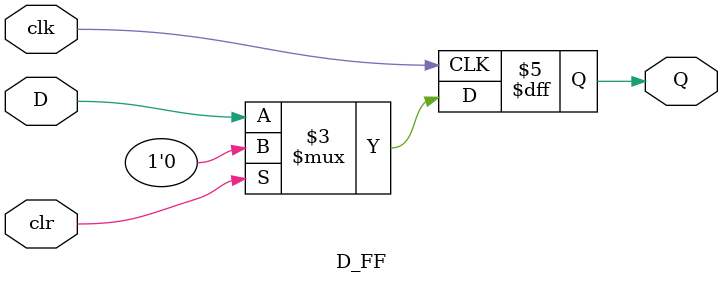
<source format=v>

module D_FF (
	input D,
	input clk,
	input clr,
	output Q);

 reg Q;
 always @(posedge clk)
 begin
	if(clr)
	       Q <= 1'b0;

        else
	 Q <= D;
 end 

endmodule

</source>
